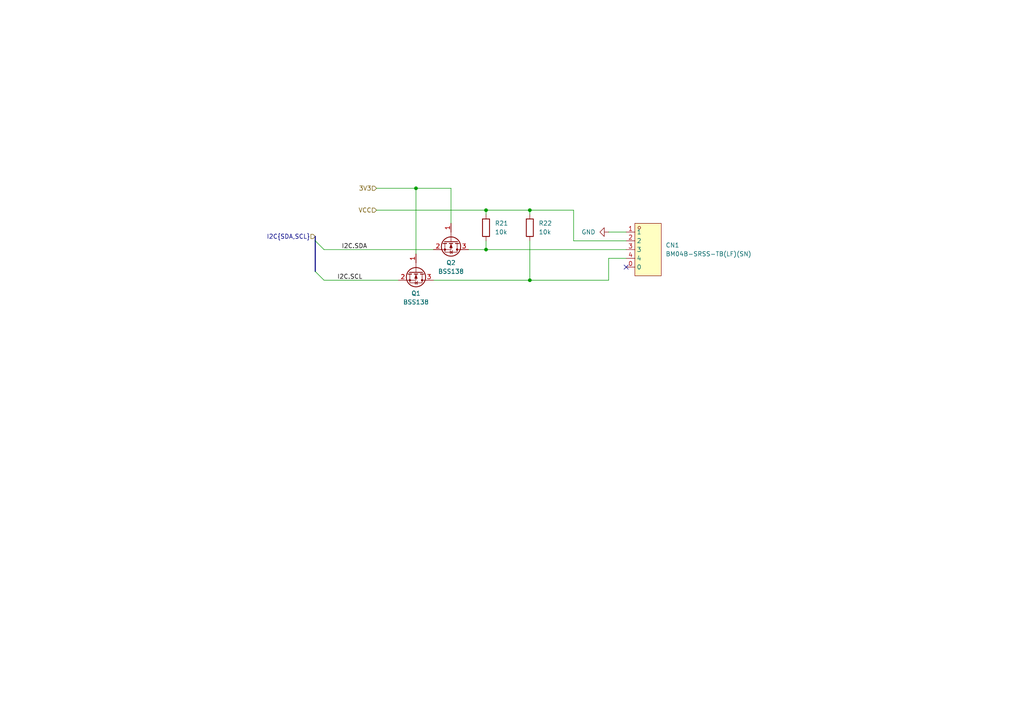
<source format=kicad_sch>
(kicad_sch (version 20250114) (generator "eeschema") (generator_version "9.0")
  (paper "A4")
  (lib_symbols
    (symbol "Device:R" (pin_numbers (hide yes)) (pin_names (offset 0))
      (property "Reference" "R" (at 2.032 0 90))
      (property "Value" "R" (at 0 0 90))
      (symbol "R_0_1"
        (rectangle (start -1.016 -2.54) (end 1.016 2.54) (stroke (width 0.254)))
      )
      (symbol "R_1_1"
        (pin passive line (at 0 3.81 270) (length 1.27) (name "~") (number "1"))
        (pin passive line (at 0 -3.81 90) (length 1.27) (name "~") (number "2"))
      )
    )
    (symbol "Transistor_FET:BSS138" (pin_names (hide yes))
      (property "Reference" "Q" (at 5.08 1.905 0))
      (property "Value" "BSS138" (at 5.08 0 0))
      (symbol "BSS138_0_1"
        (polyline (pts (xy 0.254 1.905) (xy 0.254 -1.905)) (stroke (width 0.254)))
        (polyline (pts (xy 0.254 0) (xy -2.54 0)))
        (polyline (pts (xy 0.762 2.286) (xy 0.762 1.27)) (stroke (width 0.254)))
        (polyline (pts (xy 0.762 0.508) (xy 0.762 -0.508)) (stroke (width 0.254)))
        (polyline (pts (xy 0.762 -1.27) (xy 0.762 -2.286)) (stroke (width 0.254)))
        (polyline (pts (xy 0.762 -1.778) (xy 3.302 -1.778) (xy 3.302 1.778) (xy 0.762 1.778)))
        (polyline (pts (xy 1.016 0) (xy 2.032 0.381) (xy 2.032 -0.381) (xy 1.016 0)) (fill (type outline)))
        (circle (center 1.651 0) (radius 2.794) (stroke (width 0.254)))
        (polyline (pts (xy 2.54 2.54) (xy 2.54 1.778)))
        (circle (center 2.54 1.778) (radius 0.254) (fill (type outline)))
        (circle (center 2.54 -1.778) (radius 0.254) (fill (type outline)))
        (polyline (pts (xy 2.54 -2.54) (xy 2.54 0) (xy 0.762 0)))
        (polyline (pts (xy 2.794 0.508) (xy 2.921 0.381) (xy 3.683 0.381) (xy 3.81 0.254)))
        (polyline (pts (xy 3.302 0.381) (xy 2.921 -0.254) (xy 3.683 -0.254) (xy 3.302 0.381)))
      )
      (symbol "BSS138_1_1"
        (pin input line (at -5.08 0 0) (length 2.54) (name "G") (number "1"))
        (pin passive line (at 2.54 5.08 270) (length 2.54) (name "D") (number "3"))
        (pin passive line (at 2.54 -5.08 90) (length 2.54) (name "S") (number "2"))
      )
    )
    (symbol "easyeda2kicad:BM04B-SRSS-TB(LF)(SN)"
      (property "Reference" "CN" (at 0 10.16 0))
      (property "Value" "BM04B-SRSS-TB(LF)(SN)" (at 0 -10.16 0))
      (symbol "BM04B-SRSS-TB(LF)(SN)_0_1"
        (rectangle (start -2.54 7.62) (end 5.08 -7.62) (fill (type background)))
        (circle (center -1.27 6.35) (radius 0.38))
        (pin unspecified line (at -5.08 5.08 0) (length 2.54) (name "1") (number "1"))
        (pin unspecified line (at -5.08 2.54 0) (length 2.54) (name "2") (number "2"))
        (pin unspecified line (at -5.08 0 0) (length 2.54) (name "3") (number "3"))
        (pin unspecified line (at -5.08 -2.54 0) (length 2.54) (name "4") (number "4"))
        (pin unspecified line (at -5.08 -5.08 0) (length 2.54) (name "0") (number "0"))
      )
    )
    (symbol "power:GND" (power) (pin_numbers (hide yes)) (pin_names (offset 0) (hide yes))
      (property "Value" "GND" (at 0 -3.81 0))
      (symbol "GND_0_1"
        (polyline (pts (xy 0 0) (xy 0 -1.27) (xy 1.27 -1.27) (xy 0 -2.54) (xy -1.27 -1.27) (xy 0 -1.27)))
      )
      (symbol "GND_1_1"
        (pin power_in line (at 0 0 270) (length 0) (name "~") (number "1"))
      )
    )
  )
  (junction (at 120.65 54.61))
  (junction (at 153.67 81.28))
  (junction (at 140.97 60.96))
  (junction (at 140.97 72.39))
  (junction (at 153.67 60.96))
  (no_connect (at 181.61 77.47))
  (bus_entry (at 91.44 69.85) (size 2.54 2.54))
  (bus_entry (at 91.44 78.74) (size 2.54 2.54))
  (wire (pts (xy 153.67 69.85) (xy 153.67 81.28)))
  (bus (pts (xy 91.44 69.85) (xy 91.44 78.74)))
  (wire (pts (xy 153.67 60.96) (xy 153.67 62.23)))
  (wire (pts (xy 140.97 60.96) (xy 153.67 60.96)))
  (wire (pts (xy 93.98 72.39) (xy 125.73 72.39)))
  (wire (pts (xy 135.89 72.39) (xy 140.97 72.39)))
  (wire (pts (xy 120.65 54.61) (xy 109.22 54.61)))
  (bus (pts (xy 91.44 68.58) (xy 91.44 69.85)))
  (wire (pts (xy 166.37 69.85) (xy 181.61 69.85)))
  (wire (pts (xy 120.65 73.66) (xy 120.65 54.61)))
  (wire (pts (xy 130.81 64.77) (xy 130.81 54.61)))
  (wire (pts (xy 140.97 60.96) (xy 140.97 62.23)))
  (wire (pts (xy 153.67 81.28) (xy 176.53 81.28)))
  (wire (pts (xy 125.73 81.28) (xy 153.67 81.28)))
  (wire (pts (xy 140.97 69.85) (xy 140.97 72.39)))
  (wire (pts (xy 130.81 54.61) (xy 120.65 54.61)))
  (wire (pts (xy 176.53 81.28) (xy 176.53 74.93)))
  (wire (pts (xy 93.98 81.28) (xy 115.57 81.28)))
  (wire (pts (xy 109.22 60.96) (xy 140.97 60.96)))
  (wire (pts (xy 166.37 60.96) (xy 166.37 69.85)))
  (wire (pts (xy 140.97 72.39) (xy 181.61 72.39)))
  (wire (pts (xy 176.53 74.93) (xy 181.61 74.93)))
  (wire (pts (xy 176.53 67.31) (xy 181.61 67.31)))
  (wire (pts (xy 153.67 60.96) (xy 166.37 60.96)))
  (label "I2C.SDA" (at 99.06 72.39 0))
  (label "I2C.SCL" (at 97.79 81.28 0))
  (hierarchical_label "3V3" (shape input) (at 109.22 54.61 180))
  (hierarchical_label "I2C{SDA,SCL}" (shape input) (at 91.44 68.58 180))
  (hierarchical_label "VCC" (shape input) (at 109.22 60.96 180))
  (symbol (lib_id "easyeda2kicad:BM04B-SRSS-TB(LF)(SN)") (at 186.69 72.39 0) (unit 1)
    (property "Reference" "CN1" (at 193.04 71.1199 0) (effects (justify left)))
    (property "Value" "BM04B-SRSS-TB(LF)(SN)" (at 193.04 73.6599 0) (effects (justify left)))
    (property "Footprint" "easyeda2kicad:CONN-SMD_BM04B-SRSS-TB" (effects (hide yes)))
    (property "Datasheet" "https://lcsc.com/product-detail/Others_JST-Sales-America__JST-Sales-America-BM04B-SRSS-TB-LF-SN_C160390.html" (effects (hide yes)))
    (property "LCSC Part" "C160390" (effects (hide yes)))
  )
  (symbol (lib_id "power:GND") (at 176.53 67.31 270) (unit 1)
    (property "Reference" "#PWR028" (effects (hide yes)))
    (property "Value" "GND" (at 172.72 67.3099 90) (effects (justify right)))
    (property "Description" "Power symbol creates a global label with name \"GND\" , ground" (effects (hide yes)))
  )
  (symbol (lib_id "Device:R") (at 153.67 66.04 0) (unit 1)
    (property "Reference" "R22" (at 156.21 64.7699 0) (effects (justify left)))
    (property "Value" "10k" (at 156.21 67.3099 0) (effects (justify left)))
    (property "Footprint" "Resistor_SMD:R_0603_1608Metric" (effects (hide yes)))
    (property "Description" "Resistor" (effects (hide yes)))
  )
  (symbol (lib_id "Device:R") (at 140.97 66.04 0) (unit 1)
    (property "Reference" "R21" (at 143.51 64.7699 0) (effects (justify left)))
    (property "Value" "10k" (at 143.51 67.3099 0) (effects (justify left)))
    (property "Footprint" "Resistor_SMD:R_0603_1608Metric" (effects (hide yes)))
    (property "Description" "Resistor" (effects (hide yes)))
  )
  (symbol (lib_id "Transistor_FET:BSS138") (at 120.65 78.74 270) (unit 1)
    (property "Reference" "Q1" (at 120.65 85.09 90))
    (property "Value" "BSS138" (at 120.65 87.63 90))
    (property "Footprint" "Package_TO_SOT_SMD:SOT-23" (effects (hide yes)))
    (property "Datasheet" "https://www.onsemi.com/pub/Collateral/BSS138-D.PDF" (effects (hide yes)))
    (property "Description" "50V Vds, 0.22A Id, N-Channel MOSFET, SOT-23" (effects (hide yes)))
  )
  (symbol (lib_id "Transistor_FET:BSS138") (at 130.81 69.85 270) (unit 1)
    (property "Reference" "Q2" (at 130.81 76.2 90))
    (property "Value" "BSS138" (at 130.81 78.74 90))
    (property "Footprint" "Package_TO_SOT_SMD:SOT-23" (effects (hide yes)))
    (property "Datasheet" "https://www.onsemi.com/pub/Collateral/BSS138-D.PDF" (effects (hide yes)))
    (property "Description" "50V Vds, 0.22A Id, N-Channel MOSFET, SOT-23" (effects (hide yes)))
  )
)
</source>
